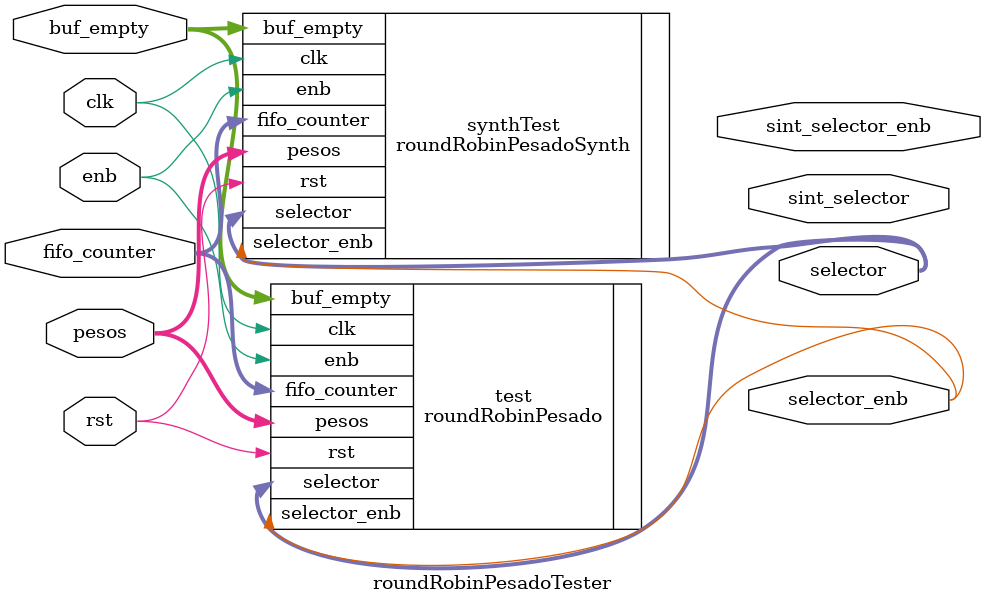
<source format=v>
`timescale 1ns/1ps

`ifndef isTest
  `include "../bloques/roundRobin/roundRobinPesado.v"
  `include "../build/roundRobinPesado-sintetizado.v"
`endif

`ifndef roundRobinPesadoTester
`define roundRobinPesadoTester


module roundRobinPesadoTester (
  input clk,
  input rst,
  input enb,
  input [QUEUE_QUANTITY*$clog2(MAX_WEIGHT)-1:0] pesos,
  input [QUEUE_QUANTITY-1:0] buf_empty,
  input [QUEUE_QUANTITY-1:0] fifo_counter,
  output [$clog2(QUEUE_QUANTITY)-1:0] selector,
  output selector_enb,
  output [$clog2(QUEUE_QUANTITY)-1:0] sint_selector,
  output sint_selector_enb
);
parameter QUEUE_QUANTITY = 4;
parameter DATA_BITS = 8;
parameter MAX_WEIGHT = 64;
wire data_out;
wire sint_data_out;

reg errSelector;
reg errSelector_enb;

always @ ( * ) begin
  errSelector_enb = sint_selector_enb != selector_enb;
  errSelector = sint_selector != selector;
end

roundRobinPesado #(.QUEUE_QUANTITY(QUEUE_QUANTITY), .DATA_BITS(DATA_BITS)) test(
  .clk(clk), .rst(rst), .enb(enb),
  .pesos(pesos),
  .buf_empty(buf_empty),
  .fifo_counter(fifo_counter),
  .selector(selector),
  .selector_enb(selector_enb)
);

roundRobinPesadoSynth synthTest(
  .clk(clk), .rst(rst), .enb(enb),
  .pesos(pesos),
  .buf_empty(buf_empty),
  .fifo_counter(fifo_counter),
  .selector(selector),
  .selector_enb(selector_enb)
);

endmodule

`endif

</source>
